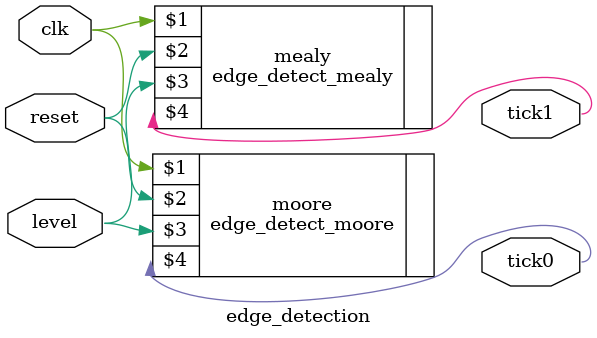
<source format=v>
`timescale 1ns / 1ps


module edge_detection(input wire clk, reset, level, output tick0, tick1);
    edge_detect_moore moore(clk, reset, level, tick0);
    edge_detect_mealy mealy(clk, reset, level, tick1);
endmodule

</source>
